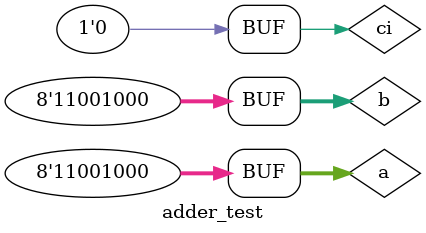
<source format=sv>
module adder_test();
	localparam DATA_WIDTH = 8;
	
	reg [DATA_WIDTH-1:0] a, b;
	reg ci;
	
	wire [DATA_WIDTH-1:0] s;
	wire co;
	
	adder #(
		.DATA_WIDTH(DATA_WIDTH)
	) add(
		.A(a),
		.B(b),
		.CI(ci),
		.S(s),
		.CO(co)
	);
	
	initial begin
		a[DATA_WIDTH-1:0] = 135;
		b[DATA_WIDTH-1:0] = 16;
		ci = 0;
		#10;
		assert(s[DATA_WIDTH-1:0] == 135 + 16);
		assert(co == 0);		
		
		ci = 1;
		#10;
		assert(s[DATA_WIDTH-1:0] == 135 + 16 + 1);
		assert(co == 0);		
		
		ci = 0;
		a[DATA_WIDTH-1:0] = 200;
		b[DATA_WIDTH-1:0] = 200;
		#10;
		assert(s[DATA_WIDTH-1:0] == 400 - 256);
		assert(co == 1);		
	end
endmodule

</source>
